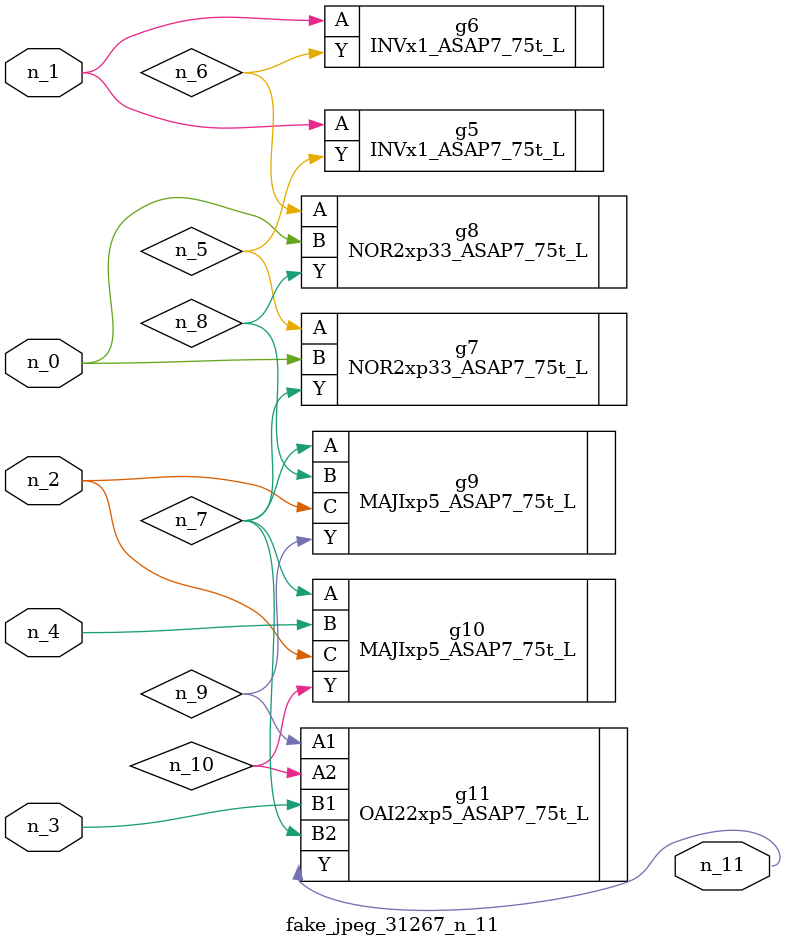
<source format=v>
module fake_jpeg_31267_n_11 (n_3, n_2, n_1, n_0, n_4, n_11);

input n_3;
input n_2;
input n_1;
input n_0;
input n_4;

output n_11;

wire n_10;
wire n_8;
wire n_9;
wire n_6;
wire n_5;
wire n_7;

INVx1_ASAP7_75t_L g5 ( 
.A(n_1),
.Y(n_5)
);

INVx1_ASAP7_75t_L g6 ( 
.A(n_1),
.Y(n_6)
);

NOR2xp33_ASAP7_75t_L g7 ( 
.A(n_5),
.B(n_0),
.Y(n_7)
);

MAJIxp5_ASAP7_75t_L g9 ( 
.A(n_7),
.B(n_8),
.C(n_2),
.Y(n_9)
);

NOR2xp33_ASAP7_75t_L g8 ( 
.A(n_6),
.B(n_0),
.Y(n_8)
);

OAI22xp5_ASAP7_75t_L g11 ( 
.A1(n_9),
.A2(n_10),
.B1(n_3),
.B2(n_7),
.Y(n_11)
);

MAJIxp5_ASAP7_75t_L g10 ( 
.A(n_7),
.B(n_4),
.C(n_2),
.Y(n_10)
);


endmodule
</source>
